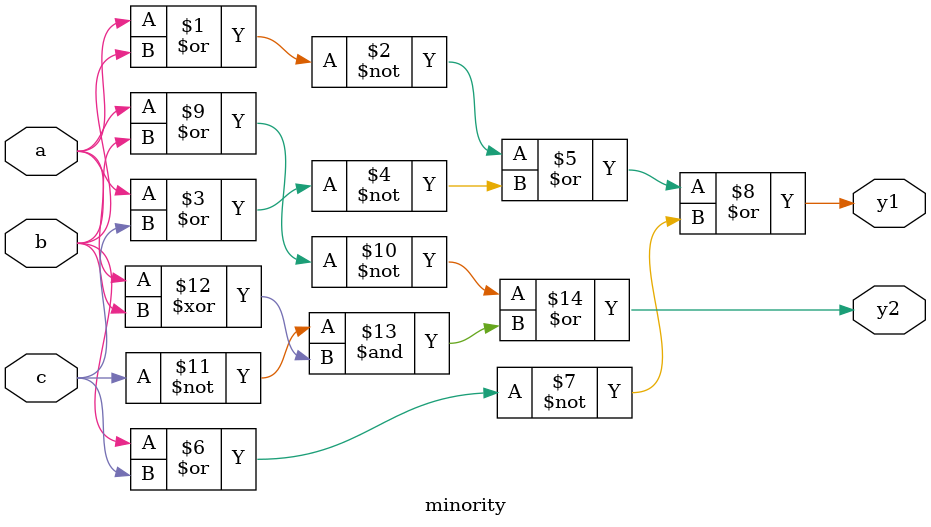
<source format=sv>
 module minority(input logic a, b, c,
				output logic y1, 
				output logic y2 );
			
			
			
	assign y1 = ~(a|b) | ~(a|c) | ~(b|c);
	assign y2 = ~(a|b) | (~c)&(a^b);

endmodule
</source>
